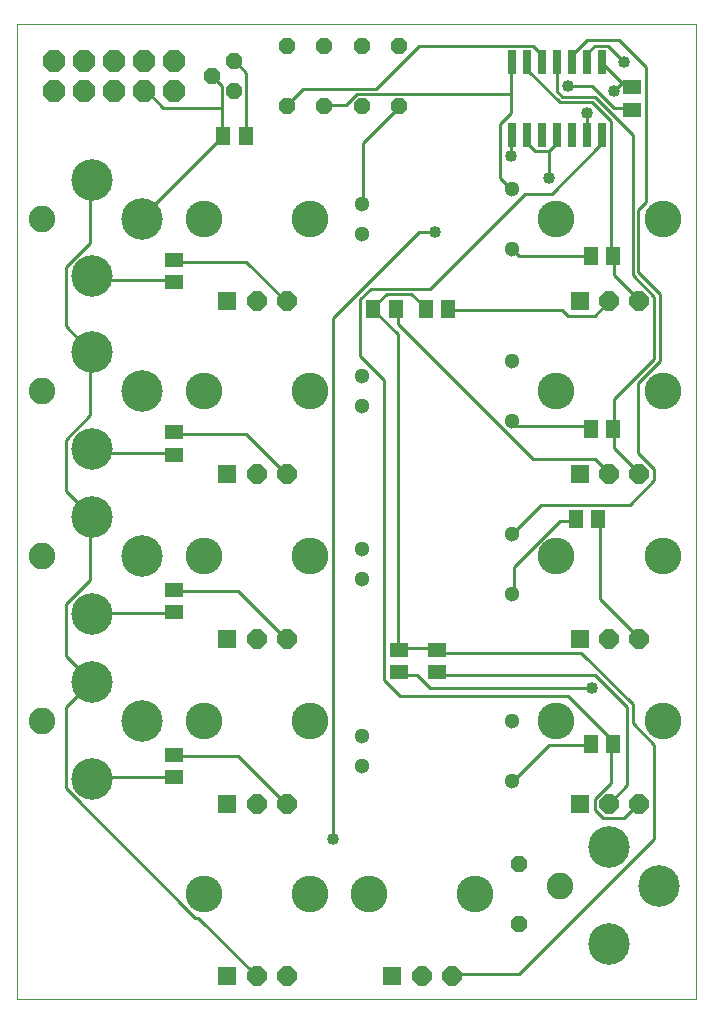
<source format=gbl>
G75*
%MOIN*%
%OFA0B0*%
%FSLAX25Y25*%
%IPPOS*%
%LPD*%
%AMOC8*
5,1,8,0,0,1.08239X$1,22.5*
%
%ADD10C,0.00000*%
%ADD11OC8,0.05200*%
%ADD12R,0.05118X0.05906*%
%ADD13R,0.05906X0.05118*%
%ADD14R,0.02600X0.08000*%
%ADD15C,0.13843*%
%ADD16C,0.08858*%
%ADD17C,0.05118*%
%ADD18OC8,0.07400*%
%ADD19R,0.06496X0.06496*%
%ADD20OC8,0.06496*%
%ADD21C,0.12268*%
%ADD22C,0.01000*%
%ADD23C,0.04000*%
D10*
X0001000Y0001000D02*
X0001000Y0325961D01*
X0227201Y0325961D01*
X0227201Y0001000D01*
X0001000Y0001000D01*
D11*
X0168500Y0026000D03*
X0168500Y0046000D03*
X0128500Y0298500D03*
X0116000Y0298500D03*
X0103500Y0298500D03*
X0091000Y0298500D03*
X0091000Y0318500D03*
X0103500Y0318500D03*
X0116000Y0318500D03*
X0128500Y0318500D03*
X0073500Y0313500D03*
X0073500Y0303500D03*
X0066000Y0308500D03*
D12*
X0069760Y0288500D03*
X0077240Y0288500D03*
X0119760Y0231000D03*
X0127240Y0231000D03*
X0137260Y0231000D03*
X0144740Y0231000D03*
X0192260Y0248500D03*
X0199740Y0248500D03*
X0199740Y0191000D03*
X0192260Y0191000D03*
X0194740Y0161000D03*
X0187260Y0161000D03*
X0192260Y0086000D03*
X0199740Y0086000D03*
D13*
X0141000Y0109760D03*
X0141000Y0117240D03*
X0128500Y0117240D03*
X0128500Y0109760D03*
X0053500Y0129760D03*
X0053500Y0137240D03*
X0053500Y0182260D03*
X0053500Y0189740D03*
X0053500Y0239760D03*
X0053500Y0247240D03*
X0053500Y0082240D03*
X0053500Y0074760D03*
X0206000Y0297260D03*
X0206000Y0304740D03*
D14*
X0196000Y0313100D03*
X0191000Y0313100D03*
X0186000Y0313100D03*
X0181000Y0313100D03*
X0176000Y0313100D03*
X0171000Y0313100D03*
X0166000Y0313100D03*
X0166000Y0288900D03*
X0171000Y0288900D03*
X0176000Y0288900D03*
X0181000Y0288900D03*
X0186000Y0288900D03*
X0191000Y0288900D03*
X0196000Y0288900D03*
D15*
X0042535Y0261000D03*
X0026000Y0273992D03*
X0026000Y0241709D03*
X0026000Y0216492D03*
X0042535Y0203500D03*
X0026000Y0184209D03*
X0026000Y0161492D03*
X0042535Y0148500D03*
X0026000Y0129209D03*
X0026000Y0106492D03*
X0042535Y0093500D03*
X0026000Y0074209D03*
X0198500Y0051492D03*
X0215035Y0038500D03*
X0198500Y0019209D03*
D16*
X0181965Y0038500D03*
X0009465Y0093500D03*
X0009465Y0148500D03*
X0009465Y0203500D03*
X0009465Y0261000D03*
D17*
X0116000Y0256000D03*
X0116000Y0266000D03*
X0116000Y0208500D03*
X0116000Y0198500D03*
X0116000Y0151000D03*
X0116000Y0141000D03*
X0116000Y0088500D03*
X0116000Y0078500D03*
X0166000Y0073500D03*
X0166000Y0093500D03*
X0166000Y0136000D03*
X0166000Y0156000D03*
X0166000Y0193500D03*
X0166000Y0213500D03*
X0166000Y0251000D03*
X0166000Y0271000D03*
D18*
X0053500Y0303500D03*
X0053500Y0313500D03*
X0043500Y0313500D03*
X0043500Y0303500D03*
X0033500Y0303500D03*
X0033500Y0313500D03*
X0023500Y0313500D03*
X0023500Y0303500D03*
X0013500Y0303500D03*
X0013500Y0313500D03*
D19*
X0071157Y0233441D03*
X0071157Y0175941D03*
X0071157Y0120941D03*
X0071157Y0065941D03*
X0071157Y0008441D03*
X0126157Y0008441D03*
X0188657Y0065941D03*
X0188657Y0120941D03*
X0188657Y0175941D03*
X0188657Y0233441D03*
D20*
X0198500Y0233441D03*
X0208343Y0233441D03*
X0208343Y0175941D03*
X0198500Y0175941D03*
X0198500Y0120941D03*
X0208343Y0120941D03*
X0208343Y0065941D03*
X0198500Y0065941D03*
X0145843Y0008441D03*
X0136000Y0008441D03*
X0090843Y0008441D03*
X0081000Y0008441D03*
X0081000Y0065941D03*
X0090843Y0065941D03*
X0090843Y0120941D03*
X0081000Y0120941D03*
X0081000Y0175941D03*
X0090843Y0175941D03*
X0090843Y0233441D03*
X0081000Y0233441D03*
D21*
X0063283Y0261000D03*
X0098717Y0261000D03*
X0098717Y0203500D03*
X0063283Y0203500D03*
X0063283Y0148500D03*
X0098717Y0148500D03*
X0098717Y0093500D03*
X0063283Y0093500D03*
X0063283Y0036000D03*
X0098717Y0036000D03*
X0118283Y0036000D03*
X0153717Y0036000D03*
X0180783Y0093500D03*
X0216217Y0093500D03*
X0216217Y0148500D03*
X0180783Y0148500D03*
X0180783Y0203500D03*
X0216217Y0203500D03*
X0216217Y0261000D03*
X0180783Y0261000D03*
D22*
X0179200Y0269200D02*
X0170200Y0269200D01*
X0138700Y0237700D01*
X0118900Y0237700D01*
X0115300Y0234100D01*
X0115300Y0215200D01*
X0123400Y0207100D01*
X0123400Y0107200D01*
X0128800Y0101800D01*
X0184600Y0101800D01*
X0199900Y0086500D01*
X0199740Y0086000D01*
X0199000Y0085600D01*
X0199000Y0073000D01*
X0193600Y0067600D01*
X0193600Y0064000D01*
X0196300Y0061300D01*
X0203500Y0061300D01*
X0208000Y0065800D01*
X0208343Y0065941D01*
X0204400Y0072100D02*
X0199000Y0066700D01*
X0198500Y0065941D01*
X0204400Y0072100D02*
X0204400Y0098200D01*
X0193600Y0109000D01*
X0141400Y0109000D01*
X0141000Y0109760D01*
X0138700Y0104500D02*
X0192700Y0104500D01*
X0189100Y0116200D02*
X0142300Y0116200D01*
X0141400Y0117100D01*
X0141000Y0117240D01*
X0140500Y0118000D01*
X0128800Y0118000D01*
X0128500Y0117240D01*
X0127900Y0118000D01*
X0127900Y0222400D01*
X0119800Y0230500D01*
X0119760Y0231000D01*
X0119800Y0231400D01*
X0124300Y0235900D01*
X0132400Y0235900D01*
X0136900Y0231400D01*
X0137260Y0231000D01*
X0144740Y0231000D02*
X0145000Y0230500D01*
X0182800Y0230500D01*
X0184600Y0228700D01*
X0193600Y0228700D01*
X0198100Y0233200D01*
X0198500Y0233441D01*
X0199900Y0242200D02*
X0208000Y0234100D01*
X0208343Y0233441D01*
X0213400Y0235000D02*
X0213400Y0214300D01*
X0199900Y0200800D01*
X0199900Y0191800D01*
X0199740Y0191000D01*
X0199900Y0190900D01*
X0199900Y0184600D01*
X0208000Y0176500D01*
X0208343Y0175941D01*
X0213400Y0177400D02*
X0208000Y0182800D01*
X0208000Y0206200D01*
X0215200Y0213400D01*
X0215200Y0235900D01*
X0208000Y0243100D01*
X0208000Y0263800D01*
X0210700Y0266500D01*
X0210700Y0311500D01*
X0201700Y0320500D01*
X0190900Y0320500D01*
X0186400Y0316000D01*
X0186400Y0313300D01*
X0186000Y0313100D01*
X0181000Y0313100D02*
X0181000Y0303400D01*
X0182800Y0301600D01*
X0193600Y0301600D01*
X0206200Y0289000D01*
X0206200Y0242200D01*
X0213400Y0235000D01*
X0199900Y0242200D02*
X0199900Y0248500D01*
X0199740Y0248500D01*
X0199000Y0248500D01*
X0199000Y0293500D01*
X0192700Y0299800D01*
X0181900Y0299800D01*
X0171100Y0310600D01*
X0171100Y0312400D01*
X0171000Y0313100D01*
X0175600Y0316000D02*
X0172900Y0318700D01*
X0135100Y0318700D01*
X0120700Y0304300D01*
X0096400Y0304300D01*
X0091000Y0298900D01*
X0091000Y0298500D01*
X0103500Y0298500D02*
X0103600Y0298900D01*
X0110800Y0298900D01*
X0114400Y0302500D01*
X0165700Y0302500D01*
X0165700Y0312400D01*
X0166000Y0313100D01*
X0175600Y0313300D02*
X0176000Y0313100D01*
X0175600Y0313300D02*
X0175600Y0316000D01*
X0184600Y0305200D02*
X0192700Y0305200D01*
X0199900Y0298000D01*
X0205300Y0298000D01*
X0206000Y0297260D01*
X0206000Y0304740D02*
X0205300Y0305200D01*
X0203500Y0305200D01*
X0202600Y0306100D01*
X0199900Y0303400D01*
X0202600Y0306100D02*
X0196300Y0312400D01*
X0196000Y0313100D01*
X0191800Y0313300D02*
X0191800Y0316900D01*
X0193600Y0318700D01*
X0198100Y0318700D01*
X0203500Y0313300D01*
X0191800Y0313300D02*
X0191000Y0313100D01*
X0190900Y0296200D02*
X0190900Y0289000D01*
X0191000Y0288900D01*
X0195400Y0288100D02*
X0195400Y0285400D01*
X0179200Y0269200D01*
X0178300Y0274600D02*
X0178300Y0283600D01*
X0181000Y0286300D01*
X0181000Y0288900D01*
X0178300Y0283600D02*
X0173800Y0283600D01*
X0171100Y0286300D01*
X0171100Y0288100D01*
X0171000Y0288900D01*
X0166000Y0288900D02*
X0165700Y0288100D01*
X0165700Y0281800D01*
X0162100Y0274600D02*
X0165700Y0271000D01*
X0166000Y0271000D01*
X0162100Y0274600D02*
X0162100Y0292600D01*
X0165700Y0296200D01*
X0165700Y0302500D01*
X0195400Y0288100D02*
X0196000Y0288900D01*
X0192260Y0248500D02*
X0168400Y0248500D01*
X0166600Y0250300D01*
X0166000Y0251000D01*
X0140500Y0256600D02*
X0135100Y0256600D01*
X0106300Y0227800D01*
X0106300Y0054100D01*
X0090843Y0065941D02*
X0090100Y0066700D01*
X0074800Y0082000D01*
X0054100Y0082000D01*
X0053500Y0082240D01*
X0053200Y0074800D02*
X0053500Y0074760D01*
X0053200Y0074800D02*
X0026200Y0074800D01*
X0026000Y0074209D01*
X0017200Y0071200D02*
X0017200Y0098200D01*
X0025300Y0106300D01*
X0026000Y0106492D01*
X0025300Y0107200D01*
X0017200Y0115300D01*
X0017200Y0132400D01*
X0025300Y0140500D01*
X0025300Y0161200D01*
X0026000Y0161492D01*
X0025300Y0162100D01*
X0017200Y0170200D01*
X0017200Y0187300D01*
X0025300Y0195400D01*
X0025300Y0216100D01*
X0026000Y0216492D01*
X0025300Y0217000D01*
X0017200Y0225100D01*
X0017200Y0244900D01*
X0025300Y0253000D01*
X0025300Y0273700D01*
X0026000Y0273992D01*
X0042400Y0261100D02*
X0042535Y0261000D01*
X0042400Y0261100D02*
X0069400Y0288100D01*
X0069760Y0288500D01*
X0069400Y0289000D01*
X0069400Y0298000D01*
X0049600Y0298000D01*
X0044200Y0303400D01*
X0043500Y0303500D01*
X0066000Y0308500D02*
X0066700Y0307900D01*
X0069400Y0305200D01*
X0069400Y0298000D01*
X0077500Y0289000D02*
X0077240Y0288500D01*
X0077500Y0289000D02*
X0077500Y0309700D01*
X0073900Y0313300D01*
X0073500Y0313500D01*
X0116200Y0286300D02*
X0116200Y0266500D01*
X0116000Y0266000D01*
X0116200Y0286300D02*
X0127900Y0298000D01*
X0128500Y0298500D01*
X0077500Y0246700D02*
X0090100Y0234100D01*
X0090843Y0233441D01*
X0077500Y0246700D02*
X0054100Y0246700D01*
X0053500Y0247240D01*
X0053200Y0240400D02*
X0053500Y0239760D01*
X0053200Y0240400D02*
X0027100Y0240400D01*
X0026200Y0241300D01*
X0026000Y0241709D01*
X0053500Y0189740D02*
X0054100Y0189100D01*
X0077500Y0189100D01*
X0090100Y0176500D01*
X0090843Y0175941D01*
X0074800Y0136900D02*
X0090100Y0121600D01*
X0090843Y0120941D01*
X0074800Y0136900D02*
X0054100Y0136900D01*
X0053500Y0137240D01*
X0053500Y0129760D02*
X0053200Y0129700D01*
X0026200Y0129700D01*
X0026000Y0129209D01*
X0053500Y0182260D02*
X0053200Y0182800D01*
X0027100Y0182800D01*
X0026200Y0183700D01*
X0026000Y0184209D01*
X0017200Y0071200D02*
X0060400Y0028000D01*
X0061300Y0028000D01*
X0080200Y0009100D01*
X0081000Y0008441D01*
X0145843Y0008441D02*
X0145900Y0009100D01*
X0168400Y0009100D01*
X0213400Y0054100D01*
X0213400Y0085600D01*
X0206200Y0092800D01*
X0206200Y0099100D01*
X0189100Y0116200D01*
X0195400Y0134200D02*
X0208000Y0121600D01*
X0208343Y0120941D01*
X0195400Y0134200D02*
X0195400Y0160300D01*
X0194740Y0161000D01*
X0187260Y0161000D02*
X0186400Y0160300D01*
X0181900Y0160300D01*
X0166600Y0145000D01*
X0166600Y0136000D01*
X0166000Y0136000D01*
X0166000Y0156000D02*
X0166600Y0156700D01*
X0175600Y0165700D01*
X0205300Y0165700D01*
X0213400Y0173800D01*
X0213400Y0177400D01*
X0198500Y0175941D02*
X0198100Y0176500D01*
X0193600Y0181000D01*
X0172900Y0181000D01*
X0127900Y0226000D01*
X0127900Y0230500D01*
X0127240Y0231000D01*
X0166000Y0193500D02*
X0166600Y0192700D01*
X0167500Y0191800D01*
X0191800Y0191800D01*
X0192260Y0191000D01*
X0134200Y0109000D02*
X0138700Y0104500D01*
X0134200Y0109000D02*
X0128800Y0109000D01*
X0128500Y0109760D01*
X0166000Y0073500D02*
X0166600Y0073900D01*
X0178300Y0085600D01*
X0191800Y0085600D01*
X0192260Y0086000D01*
D23*
X0192700Y0104500D03*
X0106300Y0054100D03*
X0140500Y0256600D03*
X0165700Y0281800D03*
X0178300Y0274600D03*
X0190900Y0296200D03*
X0184600Y0305200D03*
X0199900Y0303400D03*
X0203500Y0313300D03*
M02*

</source>
